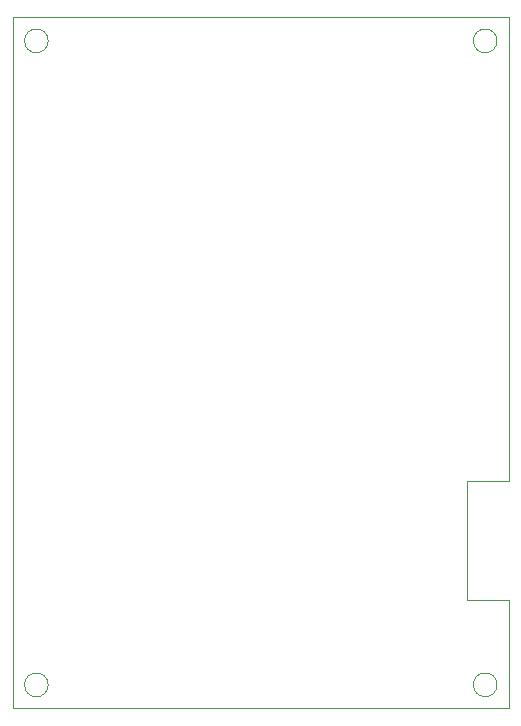
<source format=gbr>
%TF.GenerationSoftware,KiCad,Pcbnew,8.0.9-unknown-202502181922~c4009544a9~ubuntu24.04.1*%
%TF.CreationDate,2025-05-25T20:50:34-05:00*%
%TF.ProjectId,Pressure Reporter,50726573-7375-4726-9520-5265706f7274,rev?*%
%TF.SameCoordinates,Original*%
%TF.FileFunction,Profile,NP*%
%FSLAX46Y46*%
G04 Gerber Fmt 4.6, Leading zero omitted, Abs format (unit mm)*
G04 Created by KiCad (PCBNEW 8.0.9-unknown-202502181922~c4009544a9~ubuntu24.04.1) date 2025-05-25 20:50:34*
%MOMM*%
%LPD*%
G01*
G04 APERTURE LIST*
%TA.AperFunction,Profile*%
%ADD10C,0.050000*%
%TD*%
G04 APERTURE END LIST*
D10*
X186810000Y-59230000D02*
G75*
G02*
X184810000Y-59230000I-1000000J0D01*
G01*
X184810000Y-59230000D02*
G75*
G02*
X186810000Y-59230000I1000000J0D01*
G01*
X148810000Y-59230000D02*
G75*
G02*
X146810000Y-59230000I-1000000J0D01*
G01*
X146810000Y-59230000D02*
G75*
G02*
X148810000Y-59230000I1000000J0D01*
G01*
X187810000Y-115750000D02*
X145810000Y-115750000D01*
X187810000Y-96530000D02*
X184270000Y-96530000D01*
X148810000Y-113760000D02*
G75*
G02*
X146810000Y-113760000I-1000000J0D01*
G01*
X146810000Y-113760000D02*
G75*
G02*
X148810000Y-113760000I1000000J0D01*
G01*
X186810000Y-113750000D02*
G75*
G02*
X184810000Y-113750000I-1000000J0D01*
G01*
X184810000Y-113750000D02*
G75*
G02*
X186810000Y-113750000I1000000J0D01*
G01*
X187810000Y-106555000D02*
X187810000Y-115750000D01*
X145810000Y-115750000D02*
X145810000Y-57230000D01*
X187810000Y-57230000D02*
X187810000Y-96530000D01*
X145810000Y-57230000D02*
X187810000Y-57230000D01*
X184270000Y-106530000D02*
X187810000Y-106555000D01*
X184270000Y-96530000D02*
X184270000Y-106530000D01*
M02*

</source>
